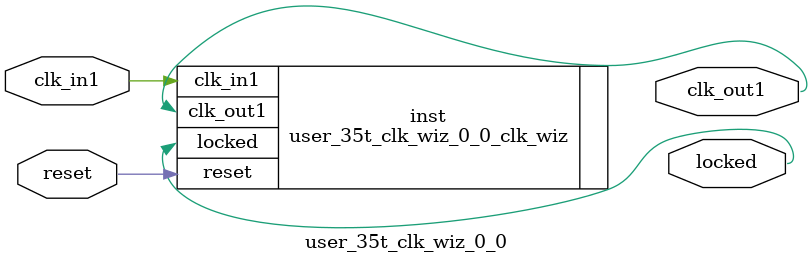
<source format=v>


`timescale 1ps/1ps

(* CORE_GENERATION_INFO = "user_35t_clk_wiz_0_0,clk_wiz_v6_0_1_0_0,{component_name=user_35t_clk_wiz_0_0,use_phase_alignment=true,use_min_o_jitter=false,use_max_i_jitter=false,use_dyn_phase_shift=false,use_inclk_switchover=false,use_dyn_reconfig=false,enable_axi=0,feedback_source=FDBK_AUTO,PRIMITIVE=MMCM,num_out_clk=1,clkin1_period=83.333,clkin2_period=10.0,use_power_down=false,use_reset=true,use_locked=true,use_inclk_stopped=false,feedback_type=SINGLE,CLOCK_MGR_TYPE=NA,manual_override=false}" *)

module user_35t_clk_wiz_0_0 
 (
  // Clock out ports
  output        clk_out1,
  // Status and control signals
  input         reset,
  output        locked,
 // Clock in ports
  input         clk_in1
 );

  user_35t_clk_wiz_0_0_clk_wiz inst
  (
  // Clock out ports  
  .clk_out1(clk_out1),
  // Status and control signals               
  .reset(reset), 
  .locked(locked),
 // Clock in ports
  .clk_in1(clk_in1)
  );

endmodule

</source>
